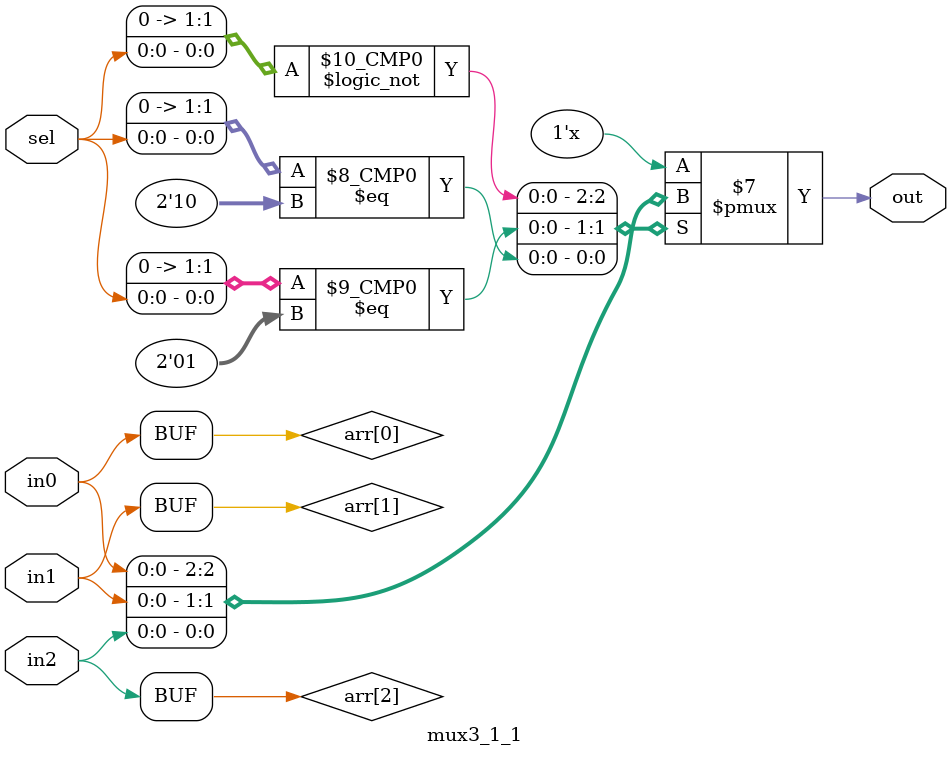
<source format=v>
module barrel_shifter32(input[4:0] shamt, input dir, input[31:0] dataIn, output[31:0] dataOut);
//For shifting A and B operands, one module that can do left or right!
wire[31:0] tmp_shift[1:0];

assign tmp_shift[0]=dataIn<<shamt;
assign tmp_shift[1]=dataIn>>shamt;
assign dataOut=tmp_shift[dir];
endmodule
/////////////////////////////////////////////////////////////////////////////////////
module barrel_shifter64(input[4:0] shamt, input dir, input[63:0] dataIn, output[63:0] dataOut);
//For shifting A, needs to extend.
wire[63:0] tmp_shift[1:0];

assign tmp_shift[0]=dataIn<<shamt;
assign tmp_shift[1]=dataIn<<shamt;
assign dataOut=tmp_shift[dir];

endmodule
/////////////////////////////////////////////////////////////////////////////////////
module sign_extend_u(input[31:0] operand, output[63:0] out);
//For sign extending 32bit into 64bits for the adder/accumulator. Unsigned.
assign out={32'b0,operand};
endmodule
/////////////////////////////////////////////////////////////////////////////////////
module sign_extend_s(input[31:0] operand, output[63:0] out);
//For sign extending signed numbers.
wire[63:0] ext[1:0];
assign ext[0]={32'b0,operand};
assign ext[1]={32'b1,operand};
assign out=ext[operand[31]];
endmodule
/////////////////////////////////////////////////////////////////////////////////////
module upcounter(input clk, input reset, output reg[4:0] cval);
//For keeping track of the shift amount, and what cycle we're on.
reg[4:0] count;
initial count=5'b0;
always @(posedge clk) begin
    if (count<'d31)
        count=count+5'b1;

    if (reset)
        count=5'b0;
        
    cval=count;
end
endmodule
/////////////////////////////////////////////////////////////////////////////////////
module adder64(input[63:0] opA, input [63:0] opB, output[63:0] res);
//Accumlator of shifted multiplies.
assign res=opA+opB;

endmodule
/////////////////////////////////////////////////////////////////////////////////////
module reg64(input clk, input[63:0] dataIn, output reg[63:0] dataOut, input reset);
//Holds the answer for the multiplication
    initial dataOut=63'b0;
    always @(posedge clk) begin
        dataOut=dataIn;
        if (reset)
            dataOut=63'b0;
    end
endmodule
/////////////////////////////////////////////////////////////////////////////////////
module and64(input[63:0] dataIn, input compare, output[63:0] dataOut);
    genvar i;
    generate
    for (i = 0; i < 64; i = i + 1) begin: and_gen
        and abit(dataOut[i],compare,dataIn[i]);
    end
    endgenerate
endmodule
/////////////////////////////////////////////////////////////////////////////////////
module mux2_1_1(input in0,input in1,input sel,output out);
wire arr[1:0];
assign arr[0]=in0;
assign arr[1]=in1;
assign out=arr[sel];
endmodule
/////////////////////////////////////////////////////////////////////////////////////
module mux2_1_1s(input in0,input in1,input sel,output out);
wire A_out;
wire B_out;
wire n_sel;
not nsel(n_sel,sel);
or out_or(out,A_out,B_out);
and aands(A_out,in0,sel);
and bands(B_out,in1,n_sel);
endmodule
/////////////////////////////////////////////////////////////////////////////////////
module mux2_1_32(input[31:0] in0,input[31:0] in1,input sel,output[31:0] out);
wire[31:0] arr[1:0];
assign arr[0]=in0;
assign arr[1]=in1;
assign out=arr[sel];
endmodule
/////////////////////////////////////////////////////////////////////////////////////
module mux2_1_64(input[63:0] in0,input[63:0] in1,input sel,output[63:0] out);
wire[63:0] arr[1:0];
assign arr[0]=in0;
assign arr[1]=in1;
assign out=arr[sel];
endmodule
/////////////////////////////////////////////////////////////////////////////////////
module mux3_1_1(input in0, input in1, input in2, input sel, output out);
wire arr[2:0];
assign arr[0]=in0;
assign arr[1]=in1;
assign arr[2]=in2;
assign out=arr[sel];
endmodule
</source>
